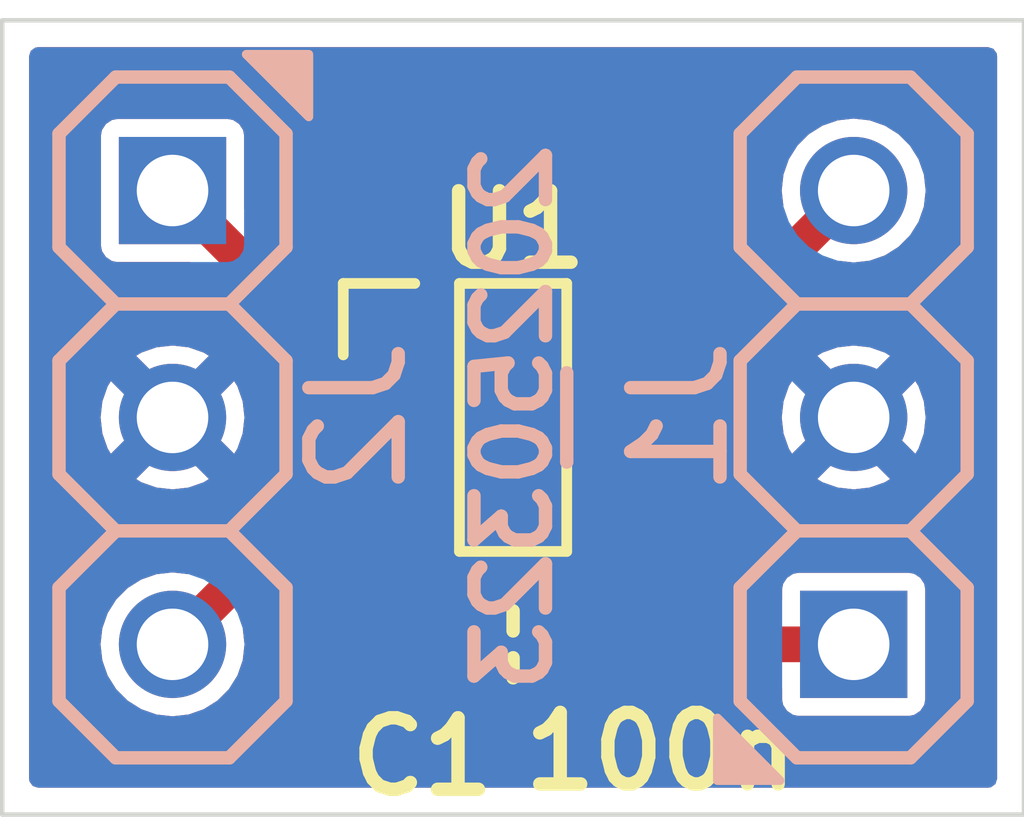
<source format=kicad_pcb>
(kicad_pcb (version 20240108) (generator "pcbnew") (generator_version "8.0")
  (layers (0 "F.Cu" mixed) (31 "B.Cu" mixed) (34 "B.Paste" user) (35 "F.Paste" user) (36 "B.SilkS" user "B.Silkscreen") (37 "F.SilkS" user "F.Silkscreen") (38 "B.Mask" user) (39 "F.Mask" user) (44 "Edge.Cuts" user))
  (net 0 "")
  (net 1 "Net-(J1-Pin_1)")
  (net 2 "GND")
  (net 3 "Net-(J1-Pin_3)")
  (net 4 "Net-(J2-Pin_3)")
  (net 5 "Net-(J2-Pin_1)")
  (footprint "SquantorCapacitor:C_0603" (layer "F.Cu") (at 116.84 66.04)
    (property "Reference" "C1" (at -1.016 1.26 0) (layer "F.SilkS") (effects (font (size 0.8 0.8))))
    (property "Value" "100n" (at 1.651 1.2 0) (layer "F.SilkS") (effects (font (size 0.8 0.8))))
    (fp_line (start 0 -0.15) (end 0 -0.375) (stroke (width 0.15)) (layer "F.SilkS"))
    (fp_line (start 0 0.375) (end 0 0.15) (stroke (width 0.15)) (layer "F.SilkS"))
    (pad "1" smd roundrect (at -0.75 0) (size 0.8 0.9) (layers "F.Cu" "F.Paste" "F.Mask") (roundrect_rratio 0.125) (net 2 "GND"))
    (pad "2" smd roundrect (at 0.75 0) (size 0.8 0.9) (layers "F.Cu" "F.Paste" "F.Mask") (roundrect_rratio 0.125) (net 1 "Net-(J1-Pin_1)"))
  )
  (footprint "SquantorIC:SOT25-diodesinc" (layer "F.Cu") (at 116.84 63.5)
    (property "Reference" "U1" (at 0 -2.1 0) (layer "F.SilkS") (effects (font (size 0.8 0.8))))
    (property "Value" "~")
    (fp_line (start -1.9 -1.5) (end -1.9 -0.7) (stroke (width 0.12)) (layer "F.SilkS"))
    (fp_line (start -1.1 -1.5) (end -1.9 -1.5) (stroke (width 0.12)) (layer "F.SilkS"))
    (fp_line (start -0.6 -1.5) (end 0.6 -1.5) (stroke (width 0.12)) (layer "F.SilkS"))
    (fp_line (start -0.6 1.5) (end -0.6 -1.5) (stroke (width 0.12)) (layer "F.SilkS"))
    (fp_line (start 0.6 -1.5) (end 0.6 1.5) (stroke (width 0.12)) (layer "F.SilkS"))
    (fp_line (start 0.6 1.5) (end -0.6 1.5) (stroke (width 0.12)) (layer "F.SilkS"))
    (pad "1" smd roundrect (at -1.2 -0.95 270) (size 0.55 0.8) (layers "F.Cu" "F.Paste" "F.Mask") (roundrect_rratio 0.2) (net 5 "Net-(J2-Pin_1)"))
    (pad "2" smd roundrect (at -1.2 0 270) (size 0.55 0.8) (layers "F.Cu" "F.Paste" "F.Mask") (roundrect_rratio 0.2) (net 2 "GND"))
    (pad "3" smd roundrect (at -1.2 0.95 270) (size 0.55 0.8) (layers "F.Cu" "F.Paste" "F.Mask") (roundrect_rratio 0.2) (net 4 "Net-(J2-Pin_3)"))
    (pad "4" smd roundrect (at 1.2 0.95 270) (size 0.55 0.8) (layers "F.Cu" "F.Paste" "F.Mask") (roundrect_rratio 0.2) (net 1 "Net-(J1-Pin_1)"))
    (pad "5" smd roundrect (at 1.2 -0.95 270) (size 0.55 0.8) (layers "F.Cu" "F.Paste" "F.Mask") (roundrect_rratio 0.2) (net 3 "Net-(J1-Pin_3)"))
  )
  (footprint "SquantorLabels:Label_Generic" (layer "B.Cu") (at 116.84 63.5 -90)
    (property "Reference" "N1" (hide yes))
    (property "Value" "20250323" (at 0 0 90) (layer "B.SilkS") (effects (font (size 0.8 0.8)) (justify mirror)))
    (fp_line (start 0.5 -0.6) (end -0.5 -0.6) (stroke (width 0.15)) (layer "B.SilkS"))
  )
  (footprint "SquantorConnectors:Header-0254-1X03-H008" (layer "B.Cu") (at 120.65 63.5 90)
    (property "Reference" "J1" (at 0 -1.95 -90) (layer "B.SilkS") (effects (justify mirror)))
    (property "Value" "Conn_01x03")
    (fp_line (start 3.175 -1.27) (end 3.81 -0.635) (stroke (width 0.15)) (layer "B.SilkS"))
    (fp_line (start 1.905 -1.27) (end 3.175 -1.27) (stroke (width 0.15)) (layer "B.SilkS"))
    (fp_line (start 0.635 -1.27) (end 1.27 -0.635) (stroke (width 0.15)) (layer "B.SilkS"))
    (fp_line (start -0.635 -1.27) (end 0.635 -1.27) (stroke (width 0.15)) (layer "B.SilkS"))
    (fp_line (start -1.905 -1.27) (end -1.27 -0.635) (stroke (width 0.15)) (layer "B.SilkS"))
    (fp_line (start -3.175 -1.27) (end -1.905 -1.27) (stroke (width 0.15)) (layer "B.SilkS"))
    (fp_line (start -3.175 -1.27) (end -3.81 -0.635) (stroke (width 0.15)) (layer "B.SilkS"))
    (fp_line (start 3.81 -0.635) (end 3.81 0.635) (stroke (width 0.15)) (layer "B.SilkS"))
    (fp_line (start 1.27 -0.635) (end 1.905 -1.27) (stroke (width 0.15)) (layer "B.SilkS"))
    (fp_line (start 1.27 -0.635) (end 1.27 0.635) (stroke (width 0.15)) (layer "B.SilkS"))
    (fp_line (start -1.27 -0.635) (end -0.635 -1.27) (stroke (width 0.15)) (layer "B.SilkS"))
    (fp_line (start -1.27 -0.635) (end -1.27 0.635) (stroke (width 0.15)) (layer "B.SilkS"))
    (fp_line (start -3.81 -0.635) (end -3.81 0.635) (stroke (width 0.15)) (layer "B.SilkS"))
    (fp_line (start 3.81 0.635) (end 3.175 1.27) (stroke (width 0.15)) (layer "B.SilkS"))
    (fp_line (start 1.27 0.635) (end 0.635 1.27) (stroke (width 0.15)) (layer "B.SilkS"))
    (fp_line (start -1.27 0.635) (end -1.905 1.27) (stroke (width 0.15)) (layer "B.SilkS"))
    (fp_line (start -3.81 0.635) (end -3.175 1.27) (stroke (width 0.15)) (layer "B.SilkS"))
    (fp_line (start 3.175 1.27) (end 1.905 1.27) (stroke (width 0.15)) (layer "B.SilkS"))
    (fp_line (start 1.905 1.27) (end 1.27 0.635) (stroke (width 0.15)) (layer "B.SilkS"))
    (fp_line (start 0.635 1.27) (end -0.635 1.27) (stroke (width 0.15)) (layer "B.SilkS"))
    (fp_line (start -0.635 1.27) (end -1.27 0.635) (stroke (width 0.15)) (layer "B.SilkS"))
    (fp_line (start -1.905 1.27) (end -3.175 1.27) (stroke (width 0.15)) (layer "B.SilkS"))
    (fp_poly (pts (xy -4.064 -0.8255) (xy -4.064 -1.524) (xy -3.3655 -1.524)) (stroke (width 0.1)) (fill solid) (layer "B.SilkS"))
    (pad "1" thru_hole rect (at -2.54 0 270) (size 1.2 1.2) (drill 0.8) (layers "*.Cu" "*.Mask" "In1.Cu" "In2.Cu" "In3.Cu" "In4.Cu" "In5.Cu" "In6.Cu" "In7.Cu" "In8.Cu" "In9.Cu" "In10.Cu" "In11.Cu" "In12.Cu" "In13.Cu" "In14.Cu" "In15.Cu" "In16.Cu" "In17.Cu" "In18.Cu" "In19.Cu" "In20.Cu" "In21.Cu" "In22.Cu" "In23.Cu" "In24.Cu" "In25.Cu" "In26.Cu" "In27.Cu" "In28.Cu" "In29.Cu" "In30.Cu") (net 1 "Net-(J1-Pin_1)"))
    (pad "2" thru_hole circle (at 0 0 270) (size 1.2 1.2) (drill 0.8) (layers "*.Cu" "*.Mask" "In1.Cu" "In2.Cu" "In3.Cu" "In4.Cu" "In5.Cu" "In6.Cu" "In7.Cu" "In8.Cu" "In9.Cu" "In10.Cu" "In11.Cu" "In12.Cu" "In13.Cu" "In14.Cu" "In15.Cu" "In16.Cu" "In17.Cu" "In18.Cu" "In19.Cu" "In20.Cu" "In21.Cu" "In22.Cu" "In23.Cu" "In24.Cu" "In25.Cu" "In26.Cu" "In27.Cu" "In28.Cu" "In29.Cu" "In30.Cu") (net 2 "GND"))
    (pad "3" thru_hole circle (at 2.54 0 270) (size 1.2 1.2) (drill 0.8) (layers "*.Cu" "*.Mask" "In1.Cu" "In2.Cu" "In3.Cu" "In4.Cu" "In5.Cu" "In6.Cu" "In7.Cu" "In8.Cu" "In9.Cu" "In10.Cu" "In11.Cu" "In12.Cu" "In13.Cu" "In14.Cu" "In15.Cu" "In16.Cu" "In17.Cu" "In18.Cu" "In19.Cu" "In20.Cu" "In21.Cu" "In22.Cu" "In23.Cu" "In24.Cu" "In25.Cu" "In26.Cu" "In27.Cu" "In28.Cu" "In29.Cu" "In30.Cu") (net 3 "Net-(J1-Pin_3)"))
  )
  (footprint "SquantorConnectors:Header-0254-1X03-H008" (layer "B.Cu") (at 113.03 63.5 -90)
    (property "Reference" "J2" (at 0 -2.07 90) (layer "B.SilkS") (effects (justify mirror)))
    (property "Value" "Conn_01x03")
    (fp_line (start -1.905 1.27) (end -3.175 1.27) (stroke (width 0.15)) (layer "B.SilkS"))
    (fp_line (start -0.635 1.27) (end -1.27 0.635) (stroke (width 0.15)) (layer "B.SilkS"))
    (fp_line (start 0.635 1.27) (end -0.635 1.27) (stroke (width 0.15)) (layer "B.SilkS"))
    (fp_line (start 1.905 1.27) (end 1.27 0.635) (stroke (width 0.15)) (layer "B.SilkS"))
    (fp_line (start 3.175 1.27) (end 1.905 1.27) (stroke (width 0.15)) (layer "B.SilkS"))
    (fp_line (start -3.81 0.635) (end -3.175 1.27) (stroke (width 0.15)) (layer "B.SilkS"))
    (fp_line (start -1.27 0.635) (end -1.905 1.27) (stroke (width 0.15)) (layer "B.SilkS"))
    (fp_line (start 1.27 0.635) (end 0.635 1.27) (stroke (width 0.15)) (layer "B.SilkS"))
    (fp_line (start 3.81 0.635) (end 3.175 1.27) (stroke (width 0.15)) (layer "B.SilkS"))
    (fp_line (start -3.81 -0.635) (end -3.81 0.635) (stroke (width 0.15)) (layer "B.SilkS"))
    (fp_line (start -1.27 -0.635) (end -1.27 0.635) (stroke (width 0.15)) (layer "B.SilkS"))
    (fp_line (start -1.27 -0.635) (end -0.635 -1.27) (stroke (width 0.15)) (layer "B.SilkS"))
    (fp_line (start 1.27 -0.635) (end 1.27 0.635) (stroke (width 0.15)) (layer "B.SilkS"))
    (fp_line (start 1.27 -0.635) (end 1.905 -1.27) (stroke (width 0.15)) (layer "B.SilkS"))
    (fp_line (start 3.81 -0.635) (end 3.81 0.635) (stroke (width 0.15)) (layer "B.SilkS"))
    (fp_line (start -3.175 -1.27) (end -3.81 -0.635) (stroke (width 0.15)) (layer "B.SilkS"))
    (fp_line (start -3.175 -1.27) (end -1.905 -1.27) (stroke (width 0.15)) (layer "B.SilkS"))
    (fp_line (start -1.905 -1.27) (end -1.27 -0.635) (stroke (width 0.15)) (layer "B.SilkS"))
    (fp_line (start -0.635 -1.27) (end 0.635 -1.27) (stroke (width 0.15)) (layer "B.SilkS"))
    (fp_line (start 0.635 -1.27) (end 1.27 -0.635) (stroke (width 0.15)) (layer "B.SilkS"))
    (fp_line (start 1.905 -1.27) (end 3.175 -1.27) (stroke (width 0.15)) (layer "B.SilkS"))
    (fp_line (start 3.175 -1.27) (end 3.81 -0.635) (stroke (width 0.15)) (layer "B.SilkS"))
    (fp_poly (pts (xy -4.064 -0.8255) (xy -4.064 -1.524) (xy -3.3655 -1.524)) (stroke (width 0.1)) (fill solid) (layer "B.SilkS"))
    (pad "1" thru_hole rect (at -2.54 0 90) (size 1.2 1.2) (drill 0.8) (layers "*.Cu" "*.Mask" "In1.Cu" "In2.Cu" "In3.Cu" "In4.Cu" "In5.Cu" "In6.Cu" "In7.Cu" "In8.Cu" "In9.Cu" "In10.Cu" "In11.Cu" "In12.Cu" "In13.Cu" "In14.Cu" "In15.Cu" "In16.Cu" "In17.Cu" "In18.Cu" "In19.Cu" "In20.Cu" "In21.Cu" "In22.Cu" "In23.Cu" "In24.Cu" "In25.Cu" "In26.Cu" "In27.Cu" "In28.Cu" "In29.Cu" "In30.Cu") (net 5 "Net-(J2-Pin_1)"))
    (pad "2" thru_hole circle (at 0 0 90) (size 1.2 1.2) (drill 0.8) (layers "*.Cu" "*.Mask" "In1.Cu" "In2.Cu" "In3.Cu" "In4.Cu" "In5.Cu" "In6.Cu" "In7.Cu" "In8.Cu" "In9.Cu" "In10.Cu" "In11.Cu" "In12.Cu" "In13.Cu" "In14.Cu" "In15.Cu" "In16.Cu" "In17.Cu" "In18.Cu" "In19.Cu" "In20.Cu" "In21.Cu" "In22.Cu" "In23.Cu" "In24.Cu" "In25.Cu" "In26.Cu" "In27.Cu" "In28.Cu" "In29.Cu" "In30.Cu") (net 2 "GND"))
    (pad "3" thru_hole circle (at 2.54 0 90) (size 1.2 1.2) (drill 0.8) (layers "*.Cu" "*.Mask" "In1.Cu" "In2.Cu" "In3.Cu" "In4.Cu" "In5.Cu" "In6.Cu" "In7.Cu" "In8.Cu" "In9.Cu" "In10.Cu" "In11.Cu" "In12.Cu" "In13.Cu" "In14.Cu" "In15.Cu" "In16.Cu" "In17.Cu" "In18.Cu" "In19.Cu" "In20.Cu" "In21.Cu" "In22.Cu" "In23.Cu" "In24.Cu" "In25.Cu" "In26.Cu" "In27.Cu" "In28.Cu" "In29.Cu" "In30.Cu") (net 4 "Net-(J2-Pin_3)"))
  )
  (gr_line (start 111.125 59.055) (end 122.555 59.055) (stroke (width 0.05)) (layer "Edge.Cuts"))
  (gr_line (start 122.555 67.945) (end 111.125 67.945) (stroke (width 0.05)) (layer "Edge.Cuts"))
  (gr_line (start 122.555 59.055) (end 122.555 67.945) (stroke (width 0.05)) (layer "Edge.Cuts"))
  (gr_line (start 111.125 67.945) (end 111.125 59.055) (stroke (width 0.05)) (layer "Edge.Cuts"))
  (segment (start 118.04 64.45) (end 118.04 64.96) (width 0.4) (layer "F.Cu") (net 1))
  (segment (start 120.65 66.04) (end 117.59 66.04) (width 0.4) (layer "F.Cu") (net 1))
  (segment (start 117.59 65.41) (end 117.59 66.04) (width 0.4) (layer "F.Cu") (net 1))
  (segment (start 118.04 64.96) (end 117.59 65.41) (width 0.4) (layer "F.Cu") (net 1))
  (segment (start 118.04 62.55) (end 119.06 62.55) (width 0.4) (layer "F.Cu") (net 3))
  (segment (start 119.06 62.55) (end 120.65 60.96) (width 0.4) (layer "F.Cu") (net 3))
  (segment (start 114.62 64.45) (end 113.03 66.04) (width 0.4) (layer "F.Cu") (net 4))
  (segment (start 115.64 64.45) (end 114.62 64.45) (width 0.4) (layer "F.Cu") (net 4))
  (segment (start 114.62 62.55) (end 113.03 60.96) (width 0.4) (layer "F.Cu") (net 5))
  (segment (start 115.64 62.55) (end 114.62 62.55) (width 0.4) (layer "F.Cu") (net 5))
  (zone (net 2) (net_name "GND") (layers "F.Cu" "B.Cu") (connect_pads (clearance 0.2)) (min_thickness 0.2) (fill yes (thermal_gap 0.2) (thermal_bridge_width 0.4) (island_removal_mode 1) (island_area_min 10))
    (polygon (pts (xy 111.2 59.1) (xy 122.5 59.1) (xy 122.5 67.9) (xy 111.2 67.9)))
  )
)
</source>
